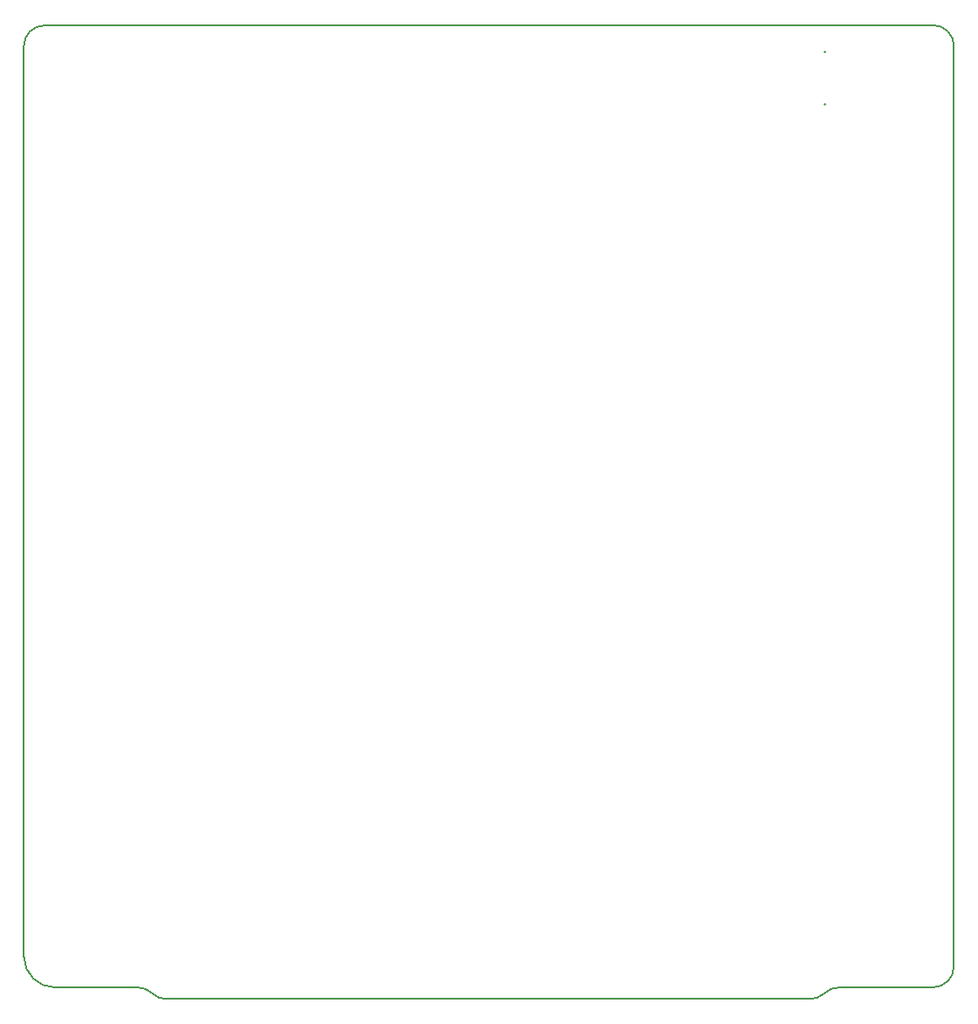
<source format=gm1>
G04 Layer_Color=16711935*
%FSAX25Y25*%
%MOIN*%
G70*
G01*
G75*
%ADD54C,0.01000*%
%ADD96C,0.00500*%
D54*
X0291001Y0322518D02*
X0291002Y0322518D01*
X0290999Y0342518D02*
X0291000Y0342518D01*
D96*
X0332372Y-0014888D02*
G03*
X0340404Y-0006856I0000000J0008032D01*
G01*
X-0014906Y-0003035D02*
G03*
X-0003022Y-0014919I0011884J0000000D01*
G01*
X0034041Y-0017104D02*
G03*
X0028596Y-0014918I-0005444J-0005689D01*
G01*
X0034041Y-0017104D02*
G03*
X0039485Y-0019289I0005444J0005689D01*
G01*
X0285487Y-0019296D02*
G03*
X0290944Y-0017100I0000000J0007874D01*
G01*
X0296400Y-0014903D02*
G03*
X0290944Y-0017100I-0000000J-0007874D01*
G01*
X-0007032Y0352478D02*
G03*
X-0014906Y0344603I0000000J-0007874D01*
G01*
X0340405Y0344630D02*
G03*
X0332530Y0352505I-0007874J0000001D01*
G01*
X0331699Y-0014904D02*
X0332372Y-0014888D01*
X-0014906Y-0003035D02*
Y0344603D01*
X-0003022Y-0014918D02*
X0028596D01*
X0039485Y-0019289D02*
X0285487Y-0019296D01*
X0296400Y-0014903D02*
X0331699Y-0014904D01*
X0340404Y-0006856D02*
X0340405Y0344630D01*
X-0007032Y0352478D02*
X-0006411Y0352506D01*
X0332530D01*
M02*

</source>
